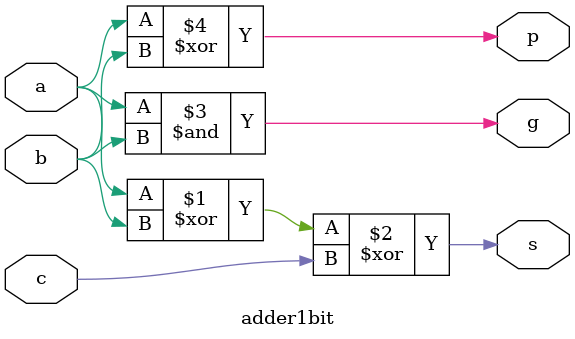
<source format=v>
	module adder1bit (a, b, c, s, p, g);
  input a, b, c;
  output s, p, g;
  
  /* to do */
	xor(s,a,b,c);
	and(g,a,b);
	xor(p,a,b);

endmodule

</source>
